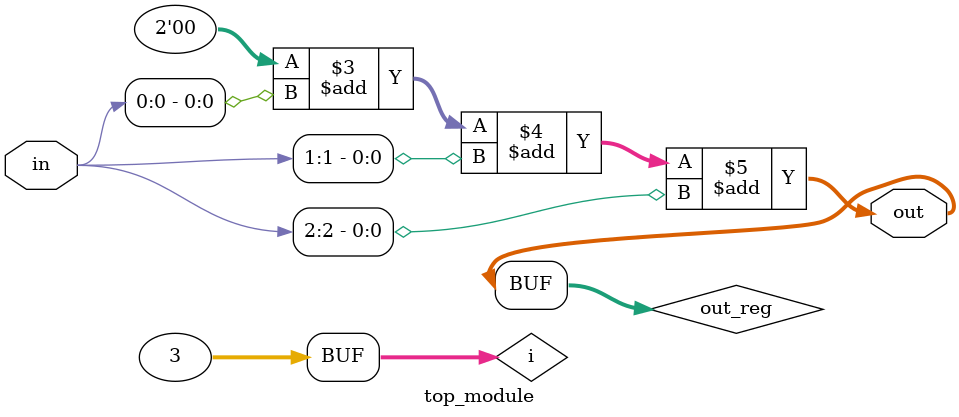
<source format=v>
/*
A "population count" circuit counts the number of '1's in an input vector. Build a population count circuit for a 3-bit input vector.
*/
module top_module( 
    input [2:0] in,
    output [1:0] out );
    reg [1:0]	out_reg;
    integer i;
    always@(*)begin
      	out_reg = 2'd0;    
        for(i=0;i<3;i=i+1)
                begin
                out_reg = out_reg+in[i];
           	 	end
        end
    assign out = out_reg;
endmodule
</source>
